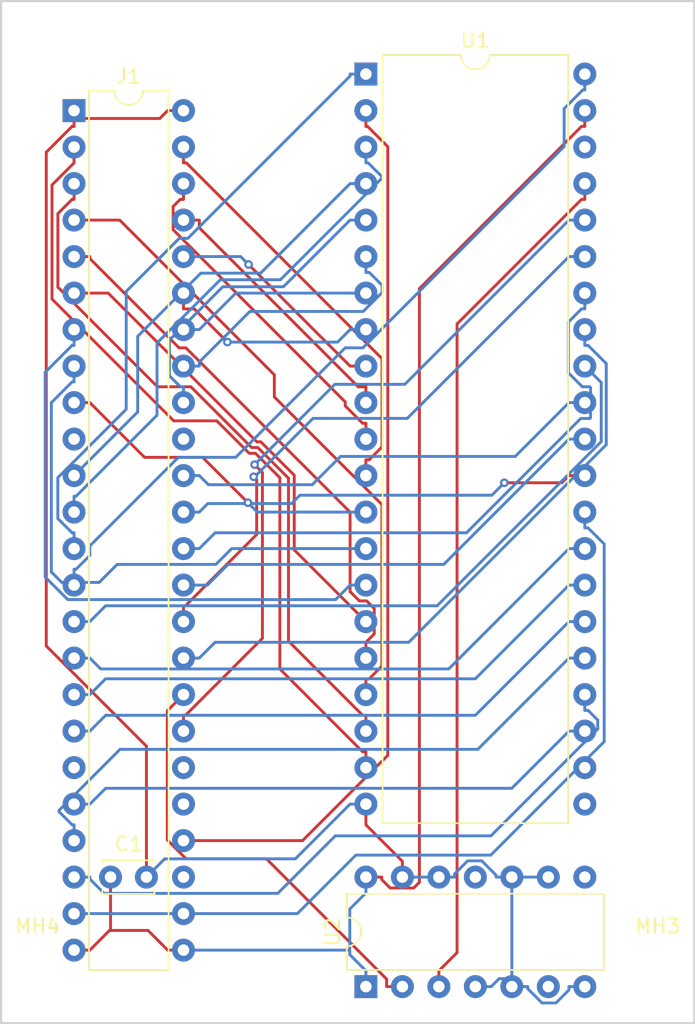
<source format=kicad_pcb>
(kicad_pcb (version 20171130) (host pcbnew 5.1.5+dfsg1-2build2)

  (general
    (thickness 1.6)
    (drawings 4)
    (tracks 376)
    (zones 0)
    (modules 8)
    (nets 54)
  )

  (page A4)
  (layers
    (0 F.Cu signal hide)
    (31 B.Cu signal)
    (32 B.Adhes user)
    (33 F.Adhes user)
    (34 B.Paste user)
    (35 F.Paste user)
    (36 B.SilkS user)
    (37 F.SilkS user)
    (38 B.Mask user)
    (39 F.Mask user)
    (40 Dwgs.User user)
    (41 Cmts.User user)
    (42 Eco1.User user)
    (43 Eco2.User user)
    (44 Edge.Cuts user)
    (45 Margin user)
    (46 B.CrtYd user)
    (47 F.CrtYd user)
    (48 B.Fab user)
    (49 F.Fab user)
  )

  (setup
    (last_trace_width 0.2)
    (user_trace_width 0.2)
    (user_trace_width 0.4)
    (user_trace_width 0.6)
    (user_trace_width 0.8)
    (user_trace_width 1)
    (user_trace_width 1.2)
    (user_trace_width 1.6)
    (user_trace_width 2)
    (trace_clearance 0.2)
    (zone_clearance 0.35)
    (zone_45_only no)
    (trace_min 0.1524)
    (via_size 0.6)
    (via_drill 0.3)
    (via_min_size 0.5)
    (via_min_drill 0.2)
    (user_via 0.9 0.5)
    (user_via 1.2 0.8)
    (user_via 1.4 0.9)
    (user_via 1.5 1)
    (uvia_size 0.3)
    (uvia_drill 0.1)
    (uvias_allowed no)
    (uvia_min_size 0.2)
    (uvia_min_drill 0.1)
    (edge_width 0.15)
    (segment_width 0.2)
    (pcb_text_width 0.3)
    (pcb_text_size 1.5 1.5)
    (mod_edge_width 0.15)
    (mod_text_size 1 1)
    (mod_text_width 0.15)
    (pad_size 3.2 3.2)
    (pad_drill 3.2)
    (pad_to_mask_clearance 0.051)
    (solder_mask_min_width 0.25)
    (aux_axis_origin 101 70)
    (grid_origin 101 70)
    (visible_elements FFFDFF7F)
    (pcbplotparams
      (layerselection 0x010fc_ffffffff)
      (usegerberextensions false)
      (usegerberattributes false)
      (usegerberadvancedattributes false)
      (creategerberjobfile false)
      (excludeedgelayer true)
      (linewidth 0.100000)
      (plotframeref false)
      (viasonmask false)
      (mode 1)
      (useauxorigin false)
      (hpglpennumber 1)
      (hpglpenspeed 20)
      (hpglpendiameter 15.000000)
      (psnegative false)
      (psa4output false)
      (plotreference true)
      (plotvalue true)
      (plotinvisibletext false)
      (padsonsilk false)
      (subtractmaskfromsilk false)
      (outputformat 1)
      (mirror false)
      (drillshape 1)
      (scaleselection 1)
      (outputdirectory ""))
  )

  (net 0 "")
  (net 1 VCC)
  (net 2 GND)
  (net 3 /P53)
  (net 4 /P26)
  (net 5 /P27)
  (net 6 /P47)
  (net 7 /P46)
  (net 8 /P25)
  (net 9 /P24)
  (net 10 /P23)
  (net 11 /P22)
  (net 12 /P21)
  (net 13 /P20)
  (net 14 /P34)
  (net 15 /P35)
  (net 16 /P17)
  (net 17 /P36)
  (net 18 /P16)
  (net 19 /P15)
  (net 20 /P40)
  (net 21 /P14)
  (net 22 /P13)
  (net 23 /P42)
  (net 24 /P12)
  (net 25 /P11)
  (net 26 /P10)
  (net 27 "Net-(U2-Pad6)")
  (net 28 "Net-(U2-Pad11)")
  (net 29 "Net-(U2-Pad8)")
  (net 30 /P32)
  (net 31 /P31)
  (net 32 /P30)
  (net 33 /P51)
  (net 34 /P43)
  (net 35 /P37)
  (net 36 /P50)
  (net 37 /P52)
  (net 38 "Net-(J1-Pad30)")
  (net 39 "Net-(J1-Pad27)")
  (net 40 "Net-(J1-Pad26)")
  (net 41 "Net-(J1-Pad19)")
  (net 42 "Net-(J1-Pad10)")
  (net 43 "Net-(J1-Pad39)")
  (net 44 /P44)
  (net 45 /P45)
  (net 46 /P41)
  (net 47 /P55)
  (net 48 "Net-(J1-Pad29)")
  (net 49 /P33)
  (net 50 "Net-(U1-Pad40)")
  (net 51 "Net-(U1-Pad39)")
  (net 52 "Net-(U1-Pad23)")
  (net 53 "Net-(U1-Pad22)")

  (net_class Default "This is the default net class."
    (clearance 0.2)
    (trace_width 0.2)
    (via_dia 0.6)
    (via_drill 0.3)
    (uvia_dia 0.3)
    (uvia_drill 0.1)
    (diff_pair_width 0.2)
    (diff_pair_gap 0.2)
    (add_net /P10)
    (add_net /P11)
    (add_net /P12)
    (add_net /P13)
    (add_net /P14)
    (add_net /P15)
    (add_net /P16)
    (add_net /P17)
    (add_net /P20)
    (add_net /P21)
    (add_net /P22)
    (add_net /P23)
    (add_net /P24)
    (add_net /P25)
    (add_net /P26)
    (add_net /P27)
    (add_net /P30)
    (add_net /P31)
    (add_net /P32)
    (add_net /P33)
    (add_net /P34)
    (add_net /P35)
    (add_net /P36)
    (add_net /P37)
    (add_net /P40)
    (add_net /P41)
    (add_net /P42)
    (add_net /P43)
    (add_net /P44)
    (add_net /P45)
    (add_net /P46)
    (add_net /P47)
    (add_net /P50)
    (add_net /P51)
    (add_net /P52)
    (add_net /P53)
    (add_net /P55)
    (add_net GND)
    (add_net "Net-(J1-Pad10)")
    (add_net "Net-(J1-Pad19)")
    (add_net "Net-(J1-Pad26)")
    (add_net "Net-(J1-Pad27)")
    (add_net "Net-(J1-Pad29)")
    (add_net "Net-(J1-Pad30)")
    (add_net "Net-(J1-Pad39)")
    (add_net "Net-(U1-Pad22)")
    (add_net "Net-(U1-Pad23)")
    (add_net "Net-(U1-Pad39)")
    (add_net "Net-(U1-Pad40)")
    (add_net "Net-(U2-Pad11)")
    (add_net "Net-(U2-Pad6)")
    (add_net "Net-(U2-Pad8)")
    (add_net VCC)
  )

  (module Package_DIP:DIP-42_W15.24mm (layer F.Cu) (tedit 5A02E8C5) (tstamp 61E7FD61)
    (at 123.86 72.54)
    (descr "42-lead though-hole mounted DIP package, row spacing 15.24 mm (600 mils)")
    (tags "THT DIP DIL PDIP 2.54mm 15.24mm 600mil")
    (path /61E94009)
    (fp_text reference U1 (at 7.62 -2.33) (layer F.SilkS)
      (effects (font (size 1 1) (thickness 0.15)))
    )
    (fp_text value MN1613A (at 7.62 53.13) (layer F.Fab)
      (effects (font (size 1 1) (thickness 0.15)))
    )
    (fp_text user %R (at 7.62 25.4) (layer F.Fab)
      (effects (font (size 1 1) (thickness 0.15)))
    )
    (fp_line (start 16.3 -1.55) (end -1.05 -1.55) (layer F.CrtYd) (width 0.05))
    (fp_line (start 16.3 52.35) (end 16.3 -1.55) (layer F.CrtYd) (width 0.05))
    (fp_line (start -1.05 52.35) (end 16.3 52.35) (layer F.CrtYd) (width 0.05))
    (fp_line (start -1.05 -1.55) (end -1.05 52.35) (layer F.CrtYd) (width 0.05))
    (fp_line (start 14.08 -1.33) (end 8.62 -1.33) (layer F.SilkS) (width 0.12))
    (fp_line (start 14.08 52.13) (end 14.08 -1.33) (layer F.SilkS) (width 0.12))
    (fp_line (start 1.16 52.13) (end 14.08 52.13) (layer F.SilkS) (width 0.12))
    (fp_line (start 1.16 -1.33) (end 1.16 52.13) (layer F.SilkS) (width 0.12))
    (fp_line (start 6.62 -1.33) (end 1.16 -1.33) (layer F.SilkS) (width 0.12))
    (fp_line (start 0.255 -0.27) (end 1.255 -1.27) (layer F.Fab) (width 0.1))
    (fp_line (start 0.255 52.07) (end 0.255 -0.27) (layer F.Fab) (width 0.1))
    (fp_line (start 14.985 52.07) (end 0.255 52.07) (layer F.Fab) (width 0.1))
    (fp_line (start 14.985 -1.27) (end 14.985 52.07) (layer F.Fab) (width 0.1))
    (fp_line (start 1.255 -1.27) (end 14.985 -1.27) (layer F.Fab) (width 0.1))
    (fp_arc (start 7.62 -1.33) (end 6.62 -1.33) (angle -180) (layer F.SilkS) (width 0.12))
    (pad 42 thru_hole oval (at 15.24 0) (size 1.6 1.6) (drill 0.8) (layers *.Cu *.Mask)
      (net 49 /P33))
    (pad 21 thru_hole oval (at 0 50.8) (size 1.6 1.6) (drill 0.8) (layers *.Cu *.Mask)
      (net 2 GND))
    (pad 41 thru_hole oval (at 15.24 2.54) (size 1.6 1.6) (drill 0.8) (layers *.Cu *.Mask)
      (net 1 VCC))
    (pad 20 thru_hole oval (at 0 48.26) (size 1.6 1.6) (drill 0.8) (layers *.Cu *.Mask)
      (net 26 /P10))
    (pad 40 thru_hole oval (at 15.24 5.08) (size 1.6 1.6) (drill 0.8) (layers *.Cu *.Mask)
      (net 50 "Net-(U1-Pad40)"))
    (pad 19 thru_hole oval (at 0 45.72) (size 1.6 1.6) (drill 0.8) (layers *.Cu *.Mask)
      (net 25 /P11))
    (pad 39 thru_hole oval (at 15.24 7.62) (size 1.6 1.6) (drill 0.8) (layers *.Cu *.Mask)
      (net 51 "Net-(U1-Pad39)"))
    (pad 18 thru_hole oval (at 0 43.18) (size 1.6 1.6) (drill 0.8) (layers *.Cu *.Mask)
      (net 24 /P12))
    (pad 38 thru_hole oval (at 15.24 10.16) (size 1.6 1.6) (drill 0.8) (layers *.Cu *.Mask)
      (net 6 /P47))
    (pad 17 thru_hole oval (at 0 40.64) (size 1.6 1.6) (drill 0.8) (layers *.Cu *.Mask)
      (net 22 /P13))
    (pad 37 thru_hole oval (at 15.24 12.7) (size 1.6 1.6) (drill 0.8) (layers *.Cu *.Mask)
      (net 44 /P44))
    (pad 16 thru_hole oval (at 0 38.1) (size 1.6 1.6) (drill 0.8) (layers *.Cu *.Mask)
      (net 21 /P14))
    (pad 36 thru_hole oval (at 15.24 15.24) (size 1.6 1.6) (drill 0.8) (layers *.Cu *.Mask)
      (net 23 /P42))
    (pad 15 thru_hole oval (at 0 35.56) (size 1.6 1.6) (drill 0.8) (layers *.Cu *.Mask)
      (net 19 /P15))
    (pad 35 thru_hole oval (at 15.24 17.78) (size 1.6 1.6) (drill 0.8) (layers *.Cu *.Mask)
      (net 45 /P45))
    (pad 14 thru_hole oval (at 0 33.02) (size 1.6 1.6) (drill 0.8) (layers *.Cu *.Mask)
      (net 18 /P16))
    (pad 34 thru_hole oval (at 15.24 20.32) (size 1.6 1.6) (drill 0.8) (layers *.Cu *.Mask)
      (net 14 /P34))
    (pad 13 thru_hole oval (at 0 30.48) (size 1.6 1.6) (drill 0.8) (layers *.Cu *.Mask)
      (net 16 /P17))
    (pad 33 thru_hole oval (at 15.24 22.86) (size 1.6 1.6) (drill 0.8) (layers *.Cu *.Mask)
      (net 20 /P40))
    (pad 12 thru_hole oval (at 0 27.94) (size 1.6 1.6) (drill 0.8) (layers *.Cu *.Mask)
      (net 13 /P20))
    (pad 32 thru_hole oval (at 15.24 25.4) (size 1.6 1.6) (drill 0.8) (layers *.Cu *.Mask)
      (net 34 /P43))
    (pad 11 thru_hole oval (at 0 25.4) (size 1.6 1.6) (drill 0.8) (layers *.Cu *.Mask)
      (net 12 /P21))
    (pad 31 thru_hole oval (at 15.24 27.94) (size 1.6 1.6) (drill 0.8) (layers *.Cu *.Mask)
      (net 46 /P41))
    (pad 10 thru_hole oval (at 0 22.86) (size 1.6 1.6) (drill 0.8) (layers *.Cu *.Mask)
      (net 11 /P22))
    (pad 30 thru_hole oval (at 15.24 30.48) (size 1.6 1.6) (drill 0.8) (layers *.Cu *.Mask)
      (net 3 /P53))
    (pad 9 thru_hole oval (at 0 20.32) (size 1.6 1.6) (drill 0.8) (layers *.Cu *.Mask)
      (net 10 /P23))
    (pad 29 thru_hole oval (at 15.24 33.02) (size 1.6 1.6) (drill 0.8) (layers *.Cu *.Mask)
      (net 15 /P35))
    (pad 8 thru_hole oval (at 0 17.78) (size 1.6 1.6) (drill 0.8) (layers *.Cu *.Mask)
      (net 9 /P24))
    (pad 28 thru_hole oval (at 15.24 35.56) (size 1.6 1.6) (drill 0.8) (layers *.Cu *.Mask)
      (net 17 /P36))
    (pad 7 thru_hole oval (at 0 15.24) (size 1.6 1.6) (drill 0.8) (layers *.Cu *.Mask)
      (net 8 /P25))
    (pad 27 thru_hole oval (at 15.24 38.1) (size 1.6 1.6) (drill 0.8) (layers *.Cu *.Mask)
      (net 35 /P37))
    (pad 6 thru_hole oval (at 0 12.7) (size 1.6 1.6) (drill 0.8) (layers *.Cu *.Mask)
      (net 4 /P26))
    (pad 26 thru_hole oval (at 15.24 40.64) (size 1.6 1.6) (drill 0.8) (layers *.Cu *.Mask)
      (net 33 /P51))
    (pad 5 thru_hole oval (at 0 10.16) (size 1.6 1.6) (drill 0.8) (layers *.Cu *.Mask)
      (net 5 /P27))
    (pad 25 thru_hole oval (at 15.24 43.18) (size 1.6 1.6) (drill 0.8) (layers *.Cu *.Mask)
      (net 37 /P52))
    (pad 4 thru_hole oval (at 0 7.62) (size 1.6 1.6) (drill 0.8) (layers *.Cu *.Mask)
      (net 32 /P30))
    (pad 24 thru_hole oval (at 15.24 45.72) (size 1.6 1.6) (drill 0.8) (layers *.Cu *.Mask)
      (net 36 /P50))
    (pad 3 thru_hole oval (at 0 5.08) (size 1.6 1.6) (drill 0.8) (layers *.Cu *.Mask)
      (net 31 /P31))
    (pad 23 thru_hole oval (at 15.24 48.26) (size 1.6 1.6) (drill 0.8) (layers *.Cu *.Mask)
      (net 52 "Net-(U1-Pad23)"))
    (pad 2 thru_hole oval (at 0 2.54) (size 1.6 1.6) (drill 0.8) (layers *.Cu *.Mask)
      (net 47 /P55))
    (pad 22 thru_hole oval (at 15.24 50.8) (size 1.6 1.6) (drill 0.8) (layers *.Cu *.Mask)
      (net 53 "Net-(U1-Pad22)"))
    (pad 1 thru_hole rect (at 0 0) (size 1.6 1.6) (drill 0.8) (layers *.Cu *.Mask)
      (net 30 /P32))
    (model ${KISYS3DMOD}/Package_DIP.3dshapes/DIP-42_W15.24mm.wrl
      (at (xyz 0 0 0))
      (scale (xyz 1 1 1))
      (rotate (xyz 0 0 0))
    )
  )

  (module 0-LocalLibrary:DIP-48_W7.62mm (layer F.Cu) (tedit 6198C9C5) (tstamp 61E6ACD4)
    (at 103.54 75.08)
    (descr "48-lead dip package, row spacing 7.62 mm (300 mils)")
    (tags "DIL DIP PDIP 2.54mm 7.62mm 300mill")
    (path /621B43C2)
    (fp_text reference J1 (at 3.81 -2.39) (layer F.SilkS)
      (effects (font (size 1 1) (thickness 0.15)))
    )
    (fp_text value BionicConnector (at 5.08 60.96) (layer F.Fab)
      (effects (font (size 1 1) (thickness 0.15)))
    )
    (fp_line (start 8.68 60.02) (end 8.68 18.72) (layer F.CrtYd) (width 0.05))
    (fp_line (start 7.365 59.69) (end 0.255 59.69) (layer F.Fab) (width 0.1))
    (fp_line (start 0.255 59.69) (end 0.255 20.05) (layer F.Fab) (width 0.1))
    (fp_line (start -1.1 60.02) (end 8.68 60.02) (layer F.CrtYd) (width 0.05))
    (fp_line (start -1.1 18.72) (end -1.1 60.02) (layer F.CrtYd) (width 0.05))
    (fp_line (start 6.58 59.81) (end 6.58 18.93) (layer F.SilkS) (width 0.12))
    (fp_line (start 1.04 59.81) (end 6.58 59.81) (layer F.SilkS) (width 0.12))
    (fp_line (start 1.04 18.93) (end 1.04 59.81) (layer F.SilkS) (width 0.12))
    (fp_line (start 7.365 19.05) (end 7.365 59.69) (layer F.Fab) (width 0.1))
    (fp_arc (start 3.81 -1.39) (end 2.81 -1.39) (angle -180) (layer F.SilkS) (width 0.12))
    (fp_line (start 8.68 -1.6) (end -1.1 -1.6) (layer F.CrtYd) (width 0.05))
    (fp_line (start 8.68 39.7) (end 8.68 -1.6) (layer F.CrtYd) (width 0.05))
    (fp_line (start -1.1 -1.6) (end -1.1 39.7) (layer F.CrtYd) (width 0.05))
    (fp_line (start 6.58 -1.39) (end 4.81 -1.39) (layer F.SilkS) (width 0.12))
    (fp_line (start 6.58 39.49) (end 6.58 -1.39) (layer F.SilkS) (width 0.12))
    (fp_line (start 1.04 -1.39) (end 1.04 39.49) (layer F.SilkS) (width 0.12))
    (fp_line (start 2.81 -1.39) (end 1.04 -1.39) (layer F.SilkS) (width 0.12))
    (fp_line (start 0.255 -0.27) (end 1.255 -1.27) (layer F.Fab) (width 0.1))
    (fp_line (start 0.255 39.37) (end 0.255 -0.27) (layer F.Fab) (width 0.1))
    (fp_line (start 7.365 -1.27) (end 7.365 39.37) (layer F.Fab) (width 0.1))
    (fp_line (start 1.255 -1.27) (end 7.365 -1.27) (layer F.Fab) (width 0.1))
    (fp_text user %R (at 3.81 19.05) (layer F.Fab)
      (effects (font (size 1 1) (thickness 0.15)))
    )
    (pad 20 thru_hole oval (at 0 48.26) (size 1.6 1.6) (drill 0.8) (layers *.Cu *.Mask)
      (net 36 /P50))
    (pad 24 thru_hole oval (at 0 58.42) (size 1.6 1.6) (drill 0.8) (layers *.Cu *.Mask)
      (net 1 VCC))
    (pad 25 thru_hole oval (at 7.62 58.42) (size 1.6 1.6) (drill 0.8) (layers *.Cu *.Mask)
      (net 1 VCC))
    (pad 23 thru_hole oval (at 0 55.88) (size 1.6 1.6) (drill 0.8) (layers *.Cu *.Mask)
      (net 3 /P53))
    (pad 30 thru_hole oval (at 7.62 45.72) (size 1.6 1.6) (drill 0.8) (layers *.Cu *.Mask)
      (net 38 "Net-(J1-Pad30)"))
    (pad 21 thru_hole oval (at 0 50.8) (size 1.6 1.6) (drill 0.8) (layers *.Cu *.Mask)
      (net 33 /P51))
    (pad 17 thru_hole oval (at 0 40.64) (size 1.6 1.6) (drill 0.8) (layers *.Cu *.Mask)
      (net 17 /P36))
    (pad 22 thru_hole oval (at 0 53.34) (size 1.6 1.6) (drill 0.8) (layers *.Cu *.Mask)
      (net 37 /P52))
    (pad 27 thru_hole oval (at 7.62 53.34) (size 1.6 1.6) (drill 0.8) (layers *.Cu *.Mask)
      (net 39 "Net-(J1-Pad27)"))
    (pad 18 thru_hole oval (at 0 43.18) (size 1.6 1.6) (drill 0.8) (layers *.Cu *.Mask)
      (net 35 /P37))
    (pad 31 thru_hole oval (at 7.62 43.18) (size 1.6 1.6) (drill 0.8) (layers *.Cu *.Mask)
      (net 6 /P47))
    (pad 28 thru_hole oval (at 7.62 50.8) (size 1.6 1.6) (drill 0.8) (layers *.Cu *.Mask)
      (net 47 /P55))
    (pad 29 thru_hole oval (at 7.62 48.26) (size 1.6 1.6) (drill 0.8) (layers *.Cu *.Mask)
      (net 48 "Net-(J1-Pad29)"))
    (pad 32 thru_hole oval (at 7.62 40.64) (size 1.6 1.6) (drill 0.8) (layers *.Cu *.Mask)
      (net 7 /P46))
    (pad 26 thru_hole oval (at 7.62 55.88) (size 1.6 1.6) (drill 0.8) (layers *.Cu *.Mask)
      (net 40 "Net-(J1-Pad26)"))
    (pad 19 thru_hole oval (at 0 45.72) (size 1.6 1.6) (drill 0.8) (layers *.Cu *.Mask)
      (net 41 "Net-(J1-Pad19)"))
    (pad 48 thru_hole oval (at 7.62 0) (size 1.6 1.6) (drill 0.8) (layers *.Cu *.Mask)
      (net 2 GND))
    (pad 16 thru_hole oval (at 0 38.1) (size 1.6 1.6) (drill 0.8) (layers *.Cu *.Mask)
      (net 15 /P35))
    (pad 47 thru_hole oval (at 7.62 2.54) (size 1.6 1.6) (drill 0.8) (layers *.Cu *.Mask)
      (net 13 /P20))
    (pad 15 thru_hole oval (at 0 35.56) (size 1.6 1.6) (drill 0.8) (layers *.Cu *.Mask)
      (net 14 /P34))
    (pad 46 thru_hole oval (at 7.62 5.08) (size 1.6 1.6) (drill 0.8) (layers *.Cu *.Mask)
      (net 12 /P21))
    (pad 14 thru_hole oval (at 0 33.02) (size 1.6 1.6) (drill 0.8) (layers *.Cu *.Mask)
      (net 49 /P33))
    (pad 45 thru_hole oval (at 7.62 7.62) (size 1.6 1.6) (drill 0.8) (layers *.Cu *.Mask)
      (net 11 /P22))
    (pad 13 thru_hole oval (at 0 30.48) (size 1.6 1.6) (drill 0.8) (layers *.Cu *.Mask)
      (net 30 /P32))
    (pad 44 thru_hole oval (at 7.62 10.16) (size 1.6 1.6) (drill 0.8) (layers *.Cu *.Mask)
      (net 10 /P23))
    (pad 12 thru_hole oval (at 0 27.94) (size 1.6 1.6) (drill 0.8) (layers *.Cu *.Mask)
      (net 31 /P31))
    (pad 43 thru_hole oval (at 7.62 12.7) (size 1.6 1.6) (drill 0.8) (layers *.Cu *.Mask)
      (net 9 /P24))
    (pad 11 thru_hole oval (at 0 25.4) (size 1.6 1.6) (drill 0.8) (layers *.Cu *.Mask)
      (net 32 /P30))
    (pad 42 thru_hole oval (at 7.62 15.24) (size 1.6 1.6) (drill 0.8) (layers *.Cu *.Mask)
      (net 8 /P25))
    (pad 10 thru_hole oval (at 0 22.86) (size 1.6 1.6) (drill 0.8) (layers *.Cu *.Mask)
      (net 42 "Net-(J1-Pad10)"))
    (pad 41 thru_hole oval (at 7.62 17.78) (size 1.6 1.6) (drill 0.8) (layers *.Cu *.Mask)
      (net 4 /P26))
    (pad 9 thru_hole oval (at 0 20.32) (size 1.6 1.6) (drill 0.8) (layers *.Cu *.Mask)
      (net 16 /P17))
    (pad 40 thru_hole oval (at 7.62 20.32) (size 1.6 1.6) (drill 0.8) (layers *.Cu *.Mask)
      (net 5 /P27))
    (pad 8 thru_hole oval (at 0 17.78) (size 1.6 1.6) (drill 0.8) (layers *.Cu *.Mask)
      (net 18 /P16))
    (pad 39 thru_hole oval (at 7.62 22.86) (size 1.6 1.6) (drill 0.8) (layers *.Cu *.Mask)
      (net 43 "Net-(J1-Pad39)"))
    (pad 7 thru_hole oval (at 0 15.24) (size 1.6 1.6) (drill 0.8) (layers *.Cu *.Mask)
      (net 19 /P15))
    (pad 38 thru_hole oval (at 7.62 25.4) (size 1.6 1.6) (drill 0.8) (layers *.Cu *.Mask)
      (net 20 /P40))
    (pad 6 thru_hole oval (at 0 12.7) (size 1.6 1.6) (drill 0.8) (layers *.Cu *.Mask)
      (net 21 /P14))
    (pad 37 thru_hole oval (at 7.62 27.94) (size 1.6 1.6) (drill 0.8) (layers *.Cu *.Mask)
      (net 46 /P41))
    (pad 5 thru_hole oval (at 0 10.16) (size 1.6 1.6) (drill 0.8) (layers *.Cu *.Mask)
      (net 22 /P13))
    (pad 36 thru_hole oval (at 7.62 30.48) (size 1.6 1.6) (drill 0.8) (layers *.Cu *.Mask)
      (net 23 /P42))
    (pad 4 thru_hole oval (at 0 7.62) (size 1.6 1.6) (drill 0.8) (layers *.Cu *.Mask)
      (net 24 /P12))
    (pad 35 thru_hole oval (at 7.62 33.02) (size 1.6 1.6) (drill 0.8) (layers *.Cu *.Mask)
      (net 34 /P43))
    (pad 3 thru_hole oval (at 0 5.08) (size 1.6 1.6) (drill 0.8) (layers *.Cu *.Mask)
      (net 25 /P11))
    (pad 34 thru_hole oval (at 7.62 35.56) (size 1.6 1.6) (drill 0.8) (layers *.Cu *.Mask)
      (net 44 /P44))
    (pad 2 thru_hole oval (at 0 2.54) (size 1.6 1.6) (drill 0.8) (layers *.Cu *.Mask)
      (net 26 /P10))
    (pad 33 thru_hole oval (at 7.62 38.1) (size 1.6 1.6) (drill 0.8) (layers *.Cu *.Mask)
      (net 45 /P45))
    (pad 1 thru_hole rect (at 0 0) (size 1.6 1.6) (drill 0.8) (layers *.Cu *.Mask)
      (net 2 GND))
    (model ${KISYS3DMOD}/Package_DIP.3dshapes/DIP-32_W7.62mm.wrl
      (at (xyz 0 0 0))
      (scale (xyz 1 1 1))
      (rotate (xyz 0 0 0))
    )
  )

  (module Capacitor_THT:C_Disc_D3.4mm_W2.1mm_P2.50mm (layer F.Cu) (tedit 5AE50EF0) (tstamp 61E6AC8A)
    (at 106.08 128.42)
    (descr "C, Disc series, Radial, pin pitch=2.50mm, , diameter*width=3.4*2.1mm^2, Capacitor, http://www.vishay.com/docs/45233/krseries.pdf")
    (tags "C Disc series Radial pin pitch 2.50mm  diameter 3.4mm width 2.1mm Capacitor")
    (path /5D0E12B4)
    (fp_text reference C1 (at 1.25 -2.3) (layer F.SilkS)
      (effects (font (size 1 1) (thickness 0.15)))
    )
    (fp_text value 0.1u (at 1.25 2.3) (layer F.Fab)
      (effects (font (size 1 1) (thickness 0.15)))
    )
    (fp_text user %R (at 1.25 0) (layer F.Fab)
      (effects (font (size 0.68 0.68) (thickness 0.102)))
    )
    (fp_line (start 3.55 -1.3) (end -1.05 -1.3) (layer F.CrtYd) (width 0.05))
    (fp_line (start 3.55 1.3) (end 3.55 -1.3) (layer F.CrtYd) (width 0.05))
    (fp_line (start -1.05 1.3) (end 3.55 1.3) (layer F.CrtYd) (width 0.05))
    (fp_line (start -1.05 -1.3) (end -1.05 1.3) (layer F.CrtYd) (width 0.05))
    (fp_line (start 3.07 0.925) (end 3.07 1.17) (layer F.SilkS) (width 0.12))
    (fp_line (start 3.07 -1.17) (end 3.07 -0.925) (layer F.SilkS) (width 0.12))
    (fp_line (start -0.57 0.925) (end -0.57 1.17) (layer F.SilkS) (width 0.12))
    (fp_line (start -0.57 -1.17) (end -0.57 -0.925) (layer F.SilkS) (width 0.12))
    (fp_line (start -0.57 1.17) (end 3.07 1.17) (layer F.SilkS) (width 0.12))
    (fp_line (start -0.57 -1.17) (end 3.07 -1.17) (layer F.SilkS) (width 0.12))
    (fp_line (start 2.95 -1.05) (end -0.45 -1.05) (layer F.Fab) (width 0.1))
    (fp_line (start 2.95 1.05) (end 2.95 -1.05) (layer F.Fab) (width 0.1))
    (fp_line (start -0.45 1.05) (end 2.95 1.05) (layer F.Fab) (width 0.1))
    (fp_line (start -0.45 -1.05) (end -0.45 1.05) (layer F.Fab) (width 0.1))
    (pad 2 thru_hole circle (at 2.5 0) (size 1.6 1.6) (drill 0.8) (layers *.Cu *.Mask)
      (net 2 GND))
    (pad 1 thru_hole circle (at 0 0) (size 1.6 1.6) (drill 0.8) (layers *.Cu *.Mask)
      (net 1 VCC))
    (model ${KISYS3DMOD}/Capacitor_THT.3dshapes/C_Disc_D3.4mm_W2.1mm_P2.50mm.wrl
      (at (xyz 0 0 0))
      (scale (xyz 1 1 1))
      (rotate (xyz 0 0 0))
    )
  )

  (module Package_DIP:DIP-14_W7.62mm (layer F.Cu) (tedit 5A02E8C5) (tstamp 618C299E)
    (at 123.86 136.04 90)
    (descr "14-lead though-hole mounted DIP package, row spacing 7.62 mm (300 mils)")
    (tags "THT DIP DIL PDIP 2.54mm 7.62mm 300mil")
    (path /618CE644)
    (fp_text reference U2 (at 3.81 -2.33 90) (layer F.SilkS)
      (effects (font (size 1 1) (thickness 0.15)))
    )
    (fp_text value 74HCT126 (at 3.81 17.57 90) (layer F.Fab)
      (effects (font (size 1 1) (thickness 0.15)))
    )
    (fp_text user %R (at 3.81 7.62 90) (layer F.Fab)
      (effects (font (size 1 1) (thickness 0.15)))
    )
    (fp_line (start 8.7 -1.55) (end -1.1 -1.55) (layer F.CrtYd) (width 0.05))
    (fp_line (start 8.7 16.8) (end 8.7 -1.55) (layer F.CrtYd) (width 0.05))
    (fp_line (start -1.1 16.8) (end 8.7 16.8) (layer F.CrtYd) (width 0.05))
    (fp_line (start -1.1 -1.55) (end -1.1 16.8) (layer F.CrtYd) (width 0.05))
    (fp_line (start 6.46 -1.33) (end 4.81 -1.33) (layer F.SilkS) (width 0.12))
    (fp_line (start 6.46 16.57) (end 6.46 -1.33) (layer F.SilkS) (width 0.12))
    (fp_line (start 1.16 16.57) (end 6.46 16.57) (layer F.SilkS) (width 0.12))
    (fp_line (start 1.16 -1.33) (end 1.16 16.57) (layer F.SilkS) (width 0.12))
    (fp_line (start 2.81 -1.33) (end 1.16 -1.33) (layer F.SilkS) (width 0.12))
    (fp_line (start 0.635 -0.27) (end 1.635 -1.27) (layer F.Fab) (width 0.1))
    (fp_line (start 0.635 16.51) (end 0.635 -0.27) (layer F.Fab) (width 0.1))
    (fp_line (start 6.985 16.51) (end 0.635 16.51) (layer F.Fab) (width 0.1))
    (fp_line (start 6.985 -1.27) (end 6.985 16.51) (layer F.Fab) (width 0.1))
    (fp_line (start 1.635 -1.27) (end 6.985 -1.27) (layer F.Fab) (width 0.1))
    (fp_arc (start 3.81 -1.33) (end 2.81 -1.33) (angle -180) (layer F.SilkS) (width 0.12))
    (pad 14 thru_hole oval (at 7.62 0 90) (size 1.6 1.6) (drill 0.8) (layers *.Cu *.Mask)
      (net 1 VCC))
    (pad 7 thru_hole oval (at 0 15.24 90) (size 1.6 1.6) (drill 0.8) (layers *.Cu *.Mask)
      (net 2 GND))
    (pad 13 thru_hole oval (at 7.62 2.54 90) (size 1.6 1.6) (drill 0.8) (layers *.Cu *.Mask)
      (net 2 GND))
    (pad 6 thru_hole oval (at 0 12.7 90) (size 1.6 1.6) (drill 0.8) (layers *.Cu *.Mask)
      (net 27 "Net-(U2-Pad6)"))
    (pad 12 thru_hole oval (at 7.62 5.08 90) (size 1.6 1.6) (drill 0.8) (layers *.Cu *.Mask)
      (net 2 GND))
    (pad 5 thru_hole oval (at 0 10.16 90) (size 1.6 1.6) (drill 0.8) (layers *.Cu *.Mask)
      (net 2 GND))
    (pad 11 thru_hole oval (at 7.62 7.62 90) (size 1.6 1.6) (drill 0.8) (layers *.Cu *.Mask)
      (net 28 "Net-(U2-Pad11)"))
    (pad 4 thru_hole oval (at 0 7.62 90) (size 1.6 1.6) (drill 0.8) (layers *.Cu *.Mask)
      (net 2 GND))
    (pad 10 thru_hole oval (at 7.62 10.16 90) (size 1.6 1.6) (drill 0.8) (layers *.Cu *.Mask)
      (net 2 GND))
    (pad 3 thru_hole oval (at 0 5.08 90) (size 1.6 1.6) (drill 0.8) (layers *.Cu *.Mask)
      (net 51 "Net-(U1-Pad39)"))
    (pad 9 thru_hole oval (at 7.62 12.7 90) (size 1.6 1.6) (drill 0.8) (layers *.Cu *.Mask)
      (net 2 GND))
    (pad 2 thru_hole oval (at 0 2.54 90) (size 1.6 1.6) (drill 0.8) (layers *.Cu *.Mask)
      (net 7 /P46))
    (pad 8 thru_hole oval (at 7.62 15.24 90) (size 1.6 1.6) (drill 0.8) (layers *.Cu *.Mask)
      (net 29 "Net-(U2-Pad8)"))
    (pad 1 thru_hole rect (at 0 0 90) (size 1.6 1.6) (drill 0.8) (layers *.Cu *.Mask)
      (net 1 VCC))
    (model ${KISYS3DMOD}/Package_DIP.3dshapes/DIP-14_W7.62mm.wrl
      (at (xyz 0 0 0))
      (scale (xyz 1 1 1))
      (rotate (xyz 0 0 0))
    )
  )

  (module MountingHole:MountingHole_3.2mm_M3 (layer F.Cu) (tedit 56D1B4CB) (tstamp 618AA90D)
    (at 101 136.04)
    (descr "Mounting Hole 3.2mm, no annular, M3")
    (tags "mounting hole 3.2mm no annular m3")
    (attr virtual)
    (fp_text reference MH4 (at 0 -4.2) (layer F.SilkS)
      (effects (font (size 1 1) (thickness 0.15)))
    )
    (fp_text value MountingHole_3.2mm_M3 (at 0 4.2) (layer F.Fab)
      (effects (font (size 1 1) (thickness 0.15)))
    )
    (fp_circle (center 0 0) (end 3.45 0) (layer F.CrtYd) (width 0.05))
    (fp_circle (center 0 0) (end 3.2 0) (layer Cmts.User) (width 0.15))
    (fp_text user %R (at 0.3 0) (layer F.Fab)
      (effects (font (size 1 1) (thickness 0.15)))
    )
    (pad 1 np_thru_hole circle (at 0 0) (size 3.2 3.2) (drill 3.2) (layers *.Cu *.Mask))
  )

  (module MountingHole:MountingHole_3.2mm_M3 (layer F.Cu) (tedit 56D1B4CB) (tstamp 618AA8EF)
    (at 144.18 136.04)
    (descr "Mounting Hole 3.2mm, no annular, M3")
    (tags "mounting hole 3.2mm no annular m3")
    (attr virtual)
    (fp_text reference MH3 (at 0 -4.2) (layer F.SilkS)
      (effects (font (size 1 1) (thickness 0.15)))
    )
    (fp_text value MountingHole_3.2mm_M3 (at 0 4.2) (layer F.Fab)
      (effects (font (size 1 1) (thickness 0.15)))
    )
    (fp_circle (center 0 0) (end 3.45 0) (layer F.CrtYd) (width 0.05))
    (fp_circle (center 0 0) (end 3.2 0) (layer Cmts.User) (width 0.15))
    (fp_text user %R (at 0.3 0) (layer F.Fab)
      (effects (font (size 1 1) (thickness 0.15)))
    )
    (pad 1 np_thru_hole circle (at 0 0) (size 3.2 3.2) (drill 3.2) (layers *.Cu *.Mask))
  )

  (module MountingHole:MountingHole_3.2mm_M3 (layer F.Cu) (tedit 56D1B4CB) (tstamp 618AA8C0)
    (at 144.18 70)
    (descr "Mounting Hole 3.2mm, no annular, M3")
    (tags "mounting hole 3.2mm no annular m3")
    (attr virtual)
    (fp_text reference MH2 (at 0 -4.2) (layer F.SilkS)
      (effects (font (size 1 1) (thickness 0.15)))
    )
    (fp_text value MountingHole_3.2mm_M3 (at 0 4.2) (layer F.Fab)
      (effects (font (size 1 1) (thickness 0.15)))
    )
    (fp_circle (center 0 0) (end 3.45 0) (layer F.CrtYd) (width 0.05))
    (fp_circle (center 0 0) (end 3.2 0) (layer Cmts.User) (width 0.15))
    (fp_text user %R (at 0.3 0) (layer F.Fab)
      (effects (font (size 1 1) (thickness 0.15)))
    )
    (pad 1 np_thru_hole circle (at 0 0) (size 3.2 3.2) (drill 3.2) (layers *.Cu *.Mask))
  )

  (module MountingHole:MountingHole_3.2mm_M3 (layer F.Cu) (tedit 618A6455) (tstamp 618AA897)
    (at 101 70)
    (descr "Mounting Hole 3.2mm, no annular, M3")
    (tags "mounting hole 3.2mm no annular m3")
    (attr virtual)
    (fp_text reference MH1 (at 0 -4.2) (layer F.SilkS)
      (effects (font (size 1 1) (thickness 0.15)))
    )
    (fp_text value MountingHole_3.2mm_M3 (at 0 4.2) (layer F.Fab)
      (effects (font (size 1 1) (thickness 0.15)))
    )
    (fp_circle (center 0 0) (end 3.45 0) (layer F.CrtYd) (width 0.05))
    (fp_circle (center 0 0) (end 3.2 0) (layer Cmts.User) (width 0.15))
    (fp_text user %R (at 0.3 0) (layer F.Fab)
      (effects (font (size 1 1) (thickness 0.15)))
    )
    (pad "" np_thru_hole circle (at 0 0) (size 3.2 3.2) (drill 3.2) (layers *.Cu *.Mask))
  )

  (gr_line (start 98.46 138.58) (end 98.46 67.46) (layer Edge.Cuts) (width 0.15) (tstamp 618AA84D))
  (gr_line (start 146.72 138.58) (end 98.46 138.58) (layer Edge.Cuts) (width 0.15))
  (gr_line (start 146.72 67.46) (end 146.72 138.58) (layer Edge.Cuts) (width 0.15))
  (gr_line (start 98.46 67.46) (end 146.72 67.46) (layer Edge.Cuts) (width 0.15))

  (segment (start 106.08 132.1299) (end 106.0104 132.1299) (width 0.2) (layer F.Cu) (net 1))
  (segment (start 106.0104 132.1299) (end 104.6403 133.5) (width 0.2) (layer F.Cu) (net 1))
  (segment (start 110.0597 133.5) (end 108.6896 132.1299) (width 0.2) (layer F.Cu) (net 1))
  (segment (start 108.6896 132.1299) (end 106.08 132.1299) (width 0.2) (layer F.Cu) (net 1))
  (segment (start 106.08 132.1299) (end 106.08 128.42) (width 0.2) (layer F.Cu) (net 1))
  (segment (start 103.54 133.5) (end 104.6403 133.5) (width 0.2) (layer F.Cu) (net 1))
  (segment (start 111.16 133.5) (end 110.0597 133.5) (width 0.2) (layer F.Cu) (net 1))
  (segment (start 139.1 75.08) (end 139.1 76.1803) (width 0.2) (layer F.Cu) (net 1))
  (segment (start 123.86 128.42) (end 124.9603 128.42) (width 0.2) (layer F.Cu) (net 1))
  (segment (start 124.9603 128.42) (end 124.9603 128.5906) (width 0.2) (layer F.Cu) (net 1))
  (segment (start 124.9603 128.5906) (end 125.5476 129.1779) (width 0.2) (layer F.Cu) (net 1))
  (segment (start 125.5476 129.1779) (end 127.1838 129.1779) (width 0.2) (layer F.Cu) (net 1))
  (segment (start 127.1838 129.1779) (end 127.5836 128.7781) (width 0.2) (layer F.Cu) (net 1))
  (segment (start 127.5836 128.7781) (end 127.5836 87.4687) (width 0.2) (layer F.Cu) (net 1))
  (segment (start 127.5836 87.4687) (end 138.872 76.1803) (width 0.2) (layer F.Cu) (net 1))
  (segment (start 138.872 76.1803) (end 139.1 76.1803) (width 0.2) (layer F.Cu) (net 1))
  (segment (start 123.86 136.04) (end 123.86 134.9397) (width 0.2) (layer B.Cu) (net 1))
  (segment (start 123.86 128.42) (end 123.86 129.5203) (width 0.2) (layer B.Cu) (net 1))
  (segment (start 122.7379 133.5) (end 122.7379 130.6424) (width 0.2) (layer B.Cu) (net 1))
  (segment (start 122.7379 130.6424) (end 123.86 129.5203) (width 0.2) (layer B.Cu) (net 1))
  (segment (start 123.86 134.9397) (end 122.7379 133.8176) (width 0.2) (layer B.Cu) (net 1))
  (segment (start 122.7379 133.8176) (end 122.7379 133.5) (width 0.2) (layer B.Cu) (net 1))
  (segment (start 122.7379 133.5) (end 112.2603 133.5) (width 0.2) (layer B.Cu) (net 1))
  (segment (start 111.16 133.5) (end 112.2603 133.5) (width 0.2) (layer B.Cu) (net 1))
  (segment (start 111.16 75.08) (end 110.0597 75.08) (width 0.2) (layer F.Cu) (net 2))
  (segment (start 103.54 75.6301) (end 109.5096 75.6301) (width 0.2) (layer F.Cu) (net 2))
  (segment (start 109.5096 75.6301) (end 110.0597 75.08) (width 0.2) (layer F.Cu) (net 2))
  (segment (start 103.54 75.6301) (end 103.54 76.1803) (width 0.2) (layer F.Cu) (net 2))
  (segment (start 103.54 75.08) (end 103.54 75.6301) (width 0.2) (layer F.Cu) (net 2))
  (segment (start 131.48 136.04) (end 132.5803 136.04) (width 0.2) (layer B.Cu) (net 2))
  (segment (start 134.02 135.4898) (end 133.1305 135.4898) (width 0.2) (layer B.Cu) (net 2))
  (segment (start 133.1305 135.4898) (end 132.5803 136.04) (width 0.2) (layer B.Cu) (net 2))
  (segment (start 134.02 135.4898) (end 134.02 134.9397) (width 0.2) (layer B.Cu) (net 2))
  (segment (start 134.02 136.04) (end 134.02 135.4898) (width 0.2) (layer B.Cu) (net 2))
  (segment (start 134.02 128.42) (end 134.02 134.9397) (width 0.2) (layer B.Cu) (net 2))
  (segment (start 136.56 128.42) (end 134.02 128.42) (width 0.2) (layer B.Cu) (net 2))
  (segment (start 126.4 128.42) (end 126.4 127.3197) (width 0.2) (layer F.Cu) (net 2))
  (segment (start 126.4 127.3197) (end 123.86 124.7797) (width 0.2) (layer F.Cu) (net 2))
  (segment (start 123.86 124.7797) (end 123.86 123.34) (width 0.2) (layer F.Cu) (net 2))
  (segment (start 108.58 128.42) (end 108.58 119.3095) (width 0.2) (layer F.Cu) (net 2))
  (segment (start 108.58 119.3095) (end 101.605 112.3345) (width 0.2) (layer F.Cu) (net 2))
  (segment (start 101.605 112.3345) (end 101.605 77.9778) (width 0.2) (layer F.Cu) (net 2))
  (segment (start 101.605 77.9778) (end 103.4025 76.1803) (width 0.2) (layer F.Cu) (net 2))
  (segment (start 103.4025 76.1803) (end 103.54 76.1803) (width 0.2) (layer F.Cu) (net 2))
  (segment (start 122.7597 123.34) (end 118.9497 127.15) (width 0.2) (layer B.Cu) (net 2))
  (segment (start 118.9497 127.15) (end 109.85 127.15) (width 0.2) (layer B.Cu) (net 2))
  (segment (start 109.85 127.15) (end 108.58 128.42) (width 0.2) (layer B.Cu) (net 2))
  (segment (start 123.86 123.34) (end 122.7597 123.34) (width 0.2) (layer B.Cu) (net 2))
  (segment (start 128.94 128.42) (end 126.4 128.42) (width 0.2) (layer B.Cu) (net 2))
  (segment (start 129.3901 128.42) (end 128.94 128.42) (width 0.2) (layer B.Cu) (net 2))
  (segment (start 129.3901 128.42) (end 130.0403 128.42) (width 0.2) (layer B.Cu) (net 2))
  (segment (start 139.1 136.04) (end 137.9997 136.04) (width 0.2) (layer B.Cu) (net 2))
  (segment (start 134.02 136.04) (end 135.1203 136.04) (width 0.2) (layer B.Cu) (net 2))
  (segment (start 135.1203 136.04) (end 135.1203 136.1775) (width 0.2) (layer B.Cu) (net 2))
  (segment (start 135.1203 136.1775) (end 136.1214 137.1786) (width 0.2) (layer B.Cu) (net 2))
  (segment (start 136.1214 137.1786) (end 137.0891 137.1786) (width 0.2) (layer B.Cu) (net 2))
  (segment (start 137.0891 137.1786) (end 137.9997 136.268) (width 0.2) (layer B.Cu) (net 2))
  (segment (start 137.9997 136.268) (end 137.9997 136.04) (width 0.2) (layer B.Cu) (net 2))
  (segment (start 134.02 128.42) (end 132.9197 128.42) (width 0.2) (layer B.Cu) (net 2))
  (segment (start 132.9197 128.42) (end 132.9197 128.2825) (width 0.2) (layer B.Cu) (net 2))
  (segment (start 132.9197 128.2825) (end 131.9278 127.2906) (width 0.2) (layer B.Cu) (net 2))
  (segment (start 131.9278 127.2906) (end 130.9417 127.2906) (width 0.2) (layer B.Cu) (net 2))
  (segment (start 130.9417 127.2906) (end 130.0403 128.192) (width 0.2) (layer B.Cu) (net 2))
  (segment (start 130.0403 128.192) (end 130.0403 128.42) (width 0.2) (layer B.Cu) (net 2))
  (segment (start 139.1 103.02) (end 139.1 104.1203) (width 0.2) (layer B.Cu) (net 3))
  (segment (start 103.54 130.96) (end 119.0904 130.96) (width 0.2) (layer B.Cu) (net 3))
  (segment (start 119.0904 130.96) (end 123.1602 126.8902) (width 0.2) (layer B.Cu) (net 3))
  (segment (start 123.1602 126.8902) (end 132.5509 126.8902) (width 0.2) (layer B.Cu) (net 3))
  (segment (start 132.5509 126.8902) (end 140.4496 118.9915) (width 0.2) (layer B.Cu) (net 3))
  (segment (start 140.4496 118.9915) (end 140.4496 105.2419) (width 0.2) (layer B.Cu) (net 3))
  (segment (start 140.4496 105.2419) (end 139.328 104.1203) (width 0.2) (layer B.Cu) (net 3))
  (segment (start 139.328 104.1203) (end 139.1 104.1203) (width 0.2) (layer B.Cu) (net 3))
  (segment (start 112.2603 92.86) (end 112.2603 92.5795) (width 0.2) (layer B.Cu) (net 4))
  (segment (start 112.2603 92.5795) (end 115.7826 89.0572) (width 0.2) (layer B.Cu) (net 4))
  (segment (start 115.7826 89.0572) (end 123.6708 89.0572) (width 0.2) (layer B.Cu) (net 4))
  (segment (start 123.6708 89.0572) (end 124.9892 87.7388) (width 0.2) (layer B.Cu) (net 4))
  (segment (start 124.9892 87.7388) (end 124.9892 87.2415) (width 0.2) (layer B.Cu) (net 4))
  (segment (start 124.9892 87.2415) (end 124.088 86.3403) (width 0.2) (layer B.Cu) (net 4))
  (segment (start 124.088 86.3403) (end 123.86 86.3403) (width 0.2) (layer B.Cu) (net 4))
  (segment (start 123.86 85.24) (end 123.86 86.3403) (width 0.2) (layer B.Cu) (net 4))
  (segment (start 111.16 92.86) (end 112.2603 92.86) (width 0.2) (layer B.Cu) (net 4))
  (segment (start 111.16 94.2997) (end 110.9444 94.2997) (width 0.2) (layer B.Cu) (net 5))
  (segment (start 110.9444 94.2997) (end 110.1789 93.5342) (width 0.2) (layer B.Cu) (net 5))
  (segment (start 110.1789 93.5342) (end 110.1789 91.0555) (width 0.2) (layer B.Cu) (net 5))
  (segment (start 110.1789 91.0555) (end 113.8959 87.3385) (width 0.2) (layer B.Cu) (net 5))
  (segment (start 113.8959 87.3385) (end 118.1212 87.3385) (width 0.2) (layer B.Cu) (net 5))
  (segment (start 118.1212 87.3385) (end 122.7597 82.7) (width 0.2) (layer B.Cu) (net 5))
  (segment (start 123.86 82.7) (end 122.7597 82.7) (width 0.2) (layer B.Cu) (net 5))
  (segment (start 111.16 95.4) (end 111.16 94.2997) (width 0.2) (layer B.Cu) (net 5))
  (segment (start 111.16 117.1597) (end 111.2975 117.1597) (width 0.2) (layer F.Cu) (net 6))
  (segment (start 111.2975 117.1597) (end 116.6544 111.8028) (width 0.2) (layer F.Cu) (net 6))
  (segment (start 116.6544 111.8028) (end 116.6544 100.2629) (width 0.2) (layer F.Cu) (net 6))
  (segment (start 116.6544 100.2629) (end 116.11 99.7185) (width 0.2) (layer F.Cu) (net 6))
  (segment (start 137.9997 82.7) (end 126.5697 94.13) (width 0.2) (layer B.Cu) (net 6))
  (segment (start 126.5697 94.13) (end 121.6985 94.13) (width 0.2) (layer B.Cu) (net 6))
  (segment (start 121.6985 94.13) (end 116.11 99.7185) (width 0.2) (layer B.Cu) (net 6))
  (segment (start 139.1 82.7) (end 137.9997 82.7) (width 0.2) (layer B.Cu) (net 6))
  (segment (start 111.16 118.26) (end 111.16 117.1597) (width 0.2) (layer F.Cu) (net 6))
  (via (at 116.11 99.7185) (size 0.6) (layers F.Cu B.Cu) (net 6))
  (segment (start 126.4 136.04) (end 125.2997 136.04) (width 0.2) (layer F.Cu) (net 7))
  (segment (start 125.2997 136.04) (end 125.2997 135.5135) (width 0.2) (layer F.Cu) (net 7))
  (segment (start 125.2997 135.5135) (end 116.9362 127.15) (width 0.2) (layer F.Cu) (net 7))
  (segment (start 116.9362 127.15) (end 111.3451 127.15) (width 0.2) (layer F.Cu) (net 7))
  (segment (start 111.3451 127.15) (end 110.0344 125.8393) (width 0.2) (layer F.Cu) (net 7))
  (segment (start 110.0344 125.8393) (end 110.0344 116.8456) (width 0.2) (layer F.Cu) (net 7))
  (segment (start 110.0344 116.8456) (end 111.16 115.72) (width 0.2) (layer F.Cu) (net 7))
  (segment (start 112.2603 90.32) (end 114.8003 87.78) (width 0.2) (layer B.Cu) (net 8))
  (segment (start 114.8003 87.78) (end 122.7597 87.78) (width 0.2) (layer B.Cu) (net 8))
  (segment (start 111.16 90.32) (end 112.2603 90.32) (width 0.2) (layer B.Cu) (net 8))
  (segment (start 123.86 87.78) (end 122.7597 87.78) (width 0.2) (layer B.Cu) (net 8))
  (segment (start 111.16 87.78) (end 111.16 88.8803) (width 0.2) (layer F.Cu) (net 9))
  (segment (start 111.16 88.8803) (end 111.9092 88.8803) (width 0.2) (layer F.Cu) (net 9))
  (segment (start 111.9092 88.8803) (end 114.2185 91.1896) (width 0.2) (layer F.Cu) (net 9))
  (segment (start 114.2185 91.1896) (end 121.8901 91.1896) (width 0.2) (layer B.Cu) (net 9))
  (segment (start 121.8901 91.1896) (end 122.7597 90.32) (width 0.2) (layer B.Cu) (net 9))
  (segment (start 123.86 90.32) (end 122.7597 90.32) (width 0.2) (layer B.Cu) (net 9))
  (via (at 114.2185 91.1896) (size 0.6) (layers F.Cu B.Cu) (net 9))
  (segment (start 115.689 85.7893) (end 122.7597 92.86) (width 0.2) (layer F.Cu) (net 10))
  (segment (start 111.16 85.24) (end 115.1397 85.24) (width 0.2) (layer B.Cu) (net 10))
  (segment (start 115.1397 85.24) (end 115.689 85.7893) (width 0.2) (layer B.Cu) (net 10))
  (segment (start 123.86 92.86) (end 122.7597 92.86) (width 0.2) (layer F.Cu) (net 10))
  (via (at 115.689 85.7893) (size 0.6) (layers F.Cu B.Cu) (net 10))
  (segment (start 123.86 95.4) (end 123.86 94.2997) (width 0.2) (layer F.Cu) (net 11))
  (segment (start 111.16 82.7) (end 112.2603 82.7) (width 0.2) (layer F.Cu) (net 11))
  (segment (start 112.2603 82.7) (end 112.2603 83.2365) (width 0.2) (layer F.Cu) (net 11))
  (segment (start 112.2603 83.2365) (end 123.3235 94.2997) (width 0.2) (layer F.Cu) (net 11))
  (segment (start 123.3235 94.2997) (end 123.86 94.2997) (width 0.2) (layer F.Cu) (net 11))
  (segment (start 123.86 97.94) (end 123.86 96.8397) (width 0.2) (layer F.Cu) (net 12))
  (segment (start 111.16 80.16) (end 111.16 81.2603) (width 0.2) (layer F.Cu) (net 12))
  (segment (start 111.16 81.2603) (end 110.9319 81.2603) (width 0.2) (layer F.Cu) (net 12))
  (segment (start 110.9319 81.2603) (end 110.4384 81.7538) (width 0.2) (layer F.Cu) (net 12))
  (segment (start 110.4384 81.7538) (end 110.4384 83.3691) (width 0.2) (layer F.Cu) (net 12))
  (segment (start 110.4384 83.3691) (end 122.4204 95.3511) (width 0.2) (layer F.Cu) (net 12))
  (segment (start 122.4204 95.3511) (end 122.4204 95.6281) (width 0.2) (layer F.Cu) (net 12))
  (segment (start 122.4204 95.6281) (end 123.632 96.8397) (width 0.2) (layer F.Cu) (net 12))
  (segment (start 123.632 96.8397) (end 123.86 96.8397) (width 0.2) (layer F.Cu) (net 12))
  (segment (start 123.86 100.48) (end 123.86 99.3797) (width 0.2) (layer F.Cu) (net 13))
  (segment (start 111.16 77.62) (end 111.16 78.7203) (width 0.2) (layer F.Cu) (net 13))
  (segment (start 111.16 78.7203) (end 111.36 78.7203) (width 0.2) (layer F.Cu) (net 13))
  (segment (start 111.36 78.7203) (end 124.9833 92.3436) (width 0.2) (layer F.Cu) (net 13))
  (segment (start 124.9833 92.3436) (end 124.9833 98.4844) (width 0.2) (layer F.Cu) (net 13))
  (segment (start 124.9833 98.4844) (end 124.088 99.3797) (width 0.2) (layer F.Cu) (net 13))
  (segment (start 124.088 99.3797) (end 123.86 99.3797) (width 0.2) (layer F.Cu) (net 13))
  (segment (start 103.54 110.64) (end 104.6403 110.64) (width 0.2) (layer B.Cu) (net 14))
  (segment (start 104.6403 110.64) (end 105.7406 109.5397) (width 0.2) (layer B.Cu) (net 14))
  (segment (start 105.7406 109.5397) (end 128.819 109.5397) (width 0.2) (layer B.Cu) (net 14))
  (segment (start 128.819 109.5397) (end 140.245 98.1137) (width 0.2) (layer B.Cu) (net 14))
  (segment (start 140.245 98.1137) (end 140.245 94.005) (width 0.2) (layer B.Cu) (net 14))
  (segment (start 140.245 94.005) (end 139.1 92.86) (width 0.2) (layer B.Cu) (net 14))
  (segment (start 139.1 105.56) (end 137.9997 105.56) (width 0.2) (layer B.Cu) (net 15))
  (segment (start 103.54 113.18) (end 104.6403 113.18) (width 0.2) (layer B.Cu) (net 15))
  (segment (start 104.6403 113.18) (end 105.3947 113.9344) (width 0.2) (layer B.Cu) (net 15))
  (segment (start 105.3947 113.9344) (end 129.6253 113.9344) (width 0.2) (layer B.Cu) (net 15))
  (segment (start 129.6253 113.9344) (end 137.9997 105.56) (width 0.2) (layer B.Cu) (net 15))
  (segment (start 115.6479 102.3665) (end 116.3014 103.02) (width 0.2) (layer B.Cu) (net 16))
  (segment (start 116.3014 103.02) (end 122.7597 103.02) (width 0.2) (layer B.Cu) (net 16))
  (segment (start 104.6403 95.4) (end 108.4503 99.21) (width 0.2) (layer F.Cu) (net 16))
  (segment (start 108.4503 99.21) (end 112.4914 99.21) (width 0.2) (layer F.Cu) (net 16))
  (segment (start 112.4914 99.21) (end 115.6479 102.3665) (width 0.2) (layer F.Cu) (net 16))
  (segment (start 123.86 103.02) (end 122.7597 103.02) (width 0.2) (layer B.Cu) (net 16))
  (segment (start 103.54 95.4) (end 104.6403 95.4) (width 0.2) (layer F.Cu) (net 16))
  (via (at 115.6479 102.3665) (size 0.6) (layers F.Cu B.Cu) (net 16))
  (segment (start 139.1 108.1) (end 137.9997 108.1) (width 0.2) (layer B.Cu) (net 17))
  (segment (start 103.54 115.72) (end 104.6403 115.72) (width 0.2) (layer B.Cu) (net 17))
  (segment (start 104.6403 115.72) (end 105.7406 114.6197) (width 0.2) (layer B.Cu) (net 17))
  (segment (start 105.7406 114.6197) (end 131.48 114.6197) (width 0.2) (layer B.Cu) (net 17))
  (segment (start 131.48 114.6197) (end 137.9997 108.1) (width 0.2) (layer B.Cu) (net 17))
  (segment (start 103.54 93.9603) (end 103.4025 93.9603) (width 0.2) (layer B.Cu) (net 18))
  (segment (start 103.4025 93.9603) (end 101.9598 95.403) (width 0.2) (layer B.Cu) (net 18))
  (segment (start 101.9598 95.403) (end 101.9598 107.1853) (width 0.2) (layer B.Cu) (net 18))
  (segment (start 101.9598 107.1853) (end 102.6894 107.9149) (width 0.2) (layer B.Cu) (net 18))
  (segment (start 102.6894 107.9149) (end 105.2868 107.9149) (width 0.2) (layer B.Cu) (net 18))
  (segment (start 105.2868 107.9149) (end 106.5413 106.6604) (width 0.2) (layer B.Cu) (net 18))
  (segment (start 106.5413 106.6604) (end 113.4169 106.6604) (width 0.2) (layer B.Cu) (net 18))
  (segment (start 113.4169 106.6604) (end 114.5173 105.56) (width 0.2) (layer B.Cu) (net 18))
  (segment (start 114.5173 105.56) (end 123.86 105.56) (width 0.2) (layer B.Cu) (net 18))
  (segment (start 103.54 92.86) (end 103.54 93.9603) (width 0.2) (layer B.Cu) (net 18))
  (segment (start 123.86 108.1) (end 122.7597 108.1) (width 0.2) (layer B.Cu) (net 19))
  (segment (start 103.54 90.32) (end 103.54 91.4203) (width 0.2) (layer B.Cu) (net 19))
  (segment (start 103.54 91.4203) (end 103.4025 91.4203) (width 0.2) (layer B.Cu) (net 19))
  (segment (start 103.4025 91.4203) (end 101.5263 93.2965) (width 0.2) (layer B.Cu) (net 19))
  (segment (start 101.5263 93.2965) (end 101.5263 107.5323) (width 0.2) (layer B.Cu) (net 19))
  (segment (start 101.5263 107.5323) (end 103.1025 109.1085) (width 0.2) (layer B.Cu) (net 19))
  (segment (start 103.1025 109.1085) (end 121.7512 109.1085) (width 0.2) (layer B.Cu) (net 19))
  (segment (start 121.7512 109.1085) (end 122.7597 108.1) (width 0.2) (layer B.Cu) (net 19))
  (segment (start 139.1 95.4) (end 137.9997 95.4) (width 0.2) (layer B.Cu) (net 20))
  (segment (start 111.16 100.48) (end 112.2603 100.48) (width 0.2) (layer B.Cu) (net 20))
  (segment (start 112.2603 100.48) (end 112.894 101.1137) (width 0.2) (layer B.Cu) (net 20))
  (segment (start 112.894 101.1137) (end 120.1262 101.1137) (width 0.2) (layer B.Cu) (net 20))
  (segment (start 120.1262 101.1137) (end 122.0927 99.1472) (width 0.2) (layer B.Cu) (net 20))
  (segment (start 122.0927 99.1472) (end 134.2525 99.1472) (width 0.2) (layer B.Cu) (net 20))
  (segment (start 134.2525 99.1472) (end 137.9997 95.4) (width 0.2) (layer B.Cu) (net 20))
  (segment (start 123.86 110.64) (end 118.8697 105.6497) (width 0.2) (layer F.Cu) (net 21))
  (segment (start 118.8697 105.6497) (end 118.8697 100.4553) (width 0.2) (layer F.Cu) (net 21))
  (segment (start 118.8697 100.4553) (end 116.5432 98.1288) (width 0.2) (layer F.Cu) (net 21))
  (segment (start 116.5432 98.1288) (end 116.2665 98.1288) (width 0.2) (layer F.Cu) (net 21))
  (segment (start 116.2665 98.1288) (end 105.9177 87.78) (width 0.2) (layer F.Cu) (net 21))
  (segment (start 105.9177 87.78) (end 104.6403 87.78) (width 0.2) (layer F.Cu) (net 21))
  (segment (start 103.54 87.78) (end 104.6403 87.78) (width 0.2) (layer F.Cu) (net 21))
  (segment (start 123.86 113.18) (end 123.86 112.0797) (width 0.2) (layer F.Cu) (net 22))
  (segment (start 103.54 85.24) (end 104.6403 85.24) (width 0.2) (layer F.Cu) (net 22))
  (segment (start 104.6403 85.24) (end 104.6403 85.3775) (width 0.2) (layer F.Cu) (net 22))
  (segment (start 104.6403 85.3775) (end 110.8528 91.59) (width 0.2) (layer F.Cu) (net 22))
  (segment (start 110.8528 91.59) (end 111.3259 91.59) (width 0.2) (layer F.Cu) (net 22))
  (segment (start 111.3259 91.59) (end 122.7597 103.0238) (width 0.2) (layer F.Cu) (net 22))
  (segment (start 122.7597 103.0238) (end 122.7597 108.5558) (width 0.2) (layer F.Cu) (net 22))
  (segment (start 122.7597 108.5558) (end 123.4042 109.2003) (width 0.2) (layer F.Cu) (net 22))
  (segment (start 123.4042 109.2003) (end 123.9124 109.2003) (width 0.2) (layer F.Cu) (net 22))
  (segment (start 123.9124 109.2003) (end 124.4404 109.7283) (width 0.2) (layer F.Cu) (net 22))
  (segment (start 124.4404 109.7283) (end 124.4404 111.4993) (width 0.2) (layer F.Cu) (net 22))
  (segment (start 124.4404 111.4993) (end 123.86 112.0797) (width 0.2) (layer F.Cu) (net 22))
  (segment (start 112.2603 105.56) (end 113.3606 104.4597) (width 0.2) (layer B.Cu) (net 23))
  (segment (start 113.3606 104.4597) (end 130.8668 104.4597) (width 0.2) (layer B.Cu) (net 23))
  (segment (start 130.8668 104.4597) (end 138.8221 96.5044) (width 0.2) (layer B.Cu) (net 23))
  (segment (start 138.8221 96.5044) (end 139.4424 96.5044) (width 0.2) (layer B.Cu) (net 23))
  (segment (start 139.4424 96.5044) (end 139.5008 96.446) (width 0.2) (layer B.Cu) (net 23))
  (segment (start 139.5008 96.446) (end 139.5008 94.3569) (width 0.2) (layer B.Cu) (net 23))
  (segment (start 139.5008 94.3569) (end 139.4424 94.2985) (width 0.2) (layer B.Cu) (net 23))
  (segment (start 139.4424 94.2985) (end 138.9262 94.2985) (width 0.2) (layer B.Cu) (net 23))
  (segment (start 138.9262 94.2985) (end 137.9563 93.3286) (width 0.2) (layer B.Cu) (net 23))
  (segment (start 137.9563 93.3286) (end 137.9563 89.796) (width 0.2) (layer B.Cu) (net 23))
  (segment (start 137.9563 89.796) (end 138.872 88.8803) (width 0.2) (layer B.Cu) (net 23))
  (segment (start 138.872 88.8803) (end 139.1 88.8803) (width 0.2) (layer B.Cu) (net 23))
  (segment (start 139.1 87.78) (end 139.1 88.8803) (width 0.2) (layer B.Cu) (net 23))
  (segment (start 111.16 105.56) (end 112.2603 105.56) (width 0.2) (layer B.Cu) (net 23))
  (segment (start 123.86 115.72) (end 123.86 114.6197) (width 0.2) (layer F.Cu) (net 24))
  (segment (start 103.54 82.7) (end 106.7173 82.7) (width 0.2) (layer F.Cu) (net 24))
  (segment (start 106.7173 82.7) (end 117.4836 93.4663) (width 0.2) (layer F.Cu) (net 24))
  (segment (start 117.4836 93.4663) (end 117.4836 95.0045) (width 0.2) (layer F.Cu) (net 24))
  (segment (start 117.4836 95.0045) (end 124.9753 102.4962) (width 0.2) (layer F.Cu) (net 24))
  (segment (start 124.9753 102.4962) (end 124.9753 113.7324) (width 0.2) (layer F.Cu) (net 24))
  (segment (start 124.9753 113.7324) (end 124.088 114.6197) (width 0.2) (layer F.Cu) (net 24))
  (segment (start 124.088 114.6197) (end 123.86 114.6197) (width 0.2) (layer F.Cu) (net 24))
  (segment (start 123.86 117.1597) (end 123.632 117.1597) (width 0.2) (layer F.Cu) (net 25))
  (segment (start 123.632 117.1597) (end 118.4694 111.9971) (width 0.2) (layer F.Cu) (net 25))
  (segment (start 118.4694 111.9971) (end 118.4694 100.6628) (width 0.2) (layer F.Cu) (net 25))
  (segment (start 118.4694 100.6628) (end 116.3357 98.5291) (width 0.2) (layer F.Cu) (net 25))
  (segment (start 116.3357 98.5291) (end 115.9036 98.5291) (width 0.2) (layer F.Cu) (net 25))
  (segment (start 115.9036 98.5291) (end 111.6742 94.2997) (width 0.2) (layer F.Cu) (net 25))
  (segment (start 111.6742 94.2997) (end 109.345 94.2997) (width 0.2) (layer F.Cu) (net 25))
  (segment (start 109.345 94.2997) (end 102.4152 87.3699) (width 0.2) (layer F.Cu) (net 25))
  (segment (start 102.4152 87.3699) (end 102.4152 82.2476) (width 0.2) (layer F.Cu) (net 25))
  (segment (start 102.4152 82.2476) (end 103.4025 81.2603) (width 0.2) (layer F.Cu) (net 25))
  (segment (start 103.4025 81.2603) (end 103.54 81.2603) (width 0.2) (layer F.Cu) (net 25))
  (segment (start 123.86 118.26) (end 123.86 117.1597) (width 0.2) (layer F.Cu) (net 25))
  (segment (start 103.54 80.16) (end 103.54 81.2603) (width 0.2) (layer F.Cu) (net 25))
  (segment (start 123.86 119.6997) (end 123.632 119.6997) (width 0.2) (layer F.Cu) (net 26))
  (segment (start 123.632 119.6997) (end 117.8691 113.9368) (width 0.2) (layer F.Cu) (net 26))
  (segment (start 117.8691 113.9368) (end 117.8691 100.6286) (width 0.2) (layer F.Cu) (net 26))
  (segment (start 117.8691 100.6286) (end 116.1699 98.9294) (width 0.2) (layer F.Cu) (net 26))
  (segment (start 116.1699 98.9294) (end 115.7378 98.9294) (width 0.2) (layer F.Cu) (net 26))
  (segment (start 115.7378 98.9294) (end 113.4784 96.67) (width 0.2) (layer F.Cu) (net 26))
  (segment (start 113.4784 96.67) (end 110.4794 96.67) (width 0.2) (layer F.Cu) (net 26))
  (segment (start 110.4794 96.67) (end 102.0054 88.196) (width 0.2) (layer F.Cu) (net 26))
  (segment (start 102.0054 88.196) (end 102.0054 80.2549) (width 0.2) (layer F.Cu) (net 26))
  (segment (start 102.0054 80.2549) (end 103.54 78.7203) (width 0.2) (layer F.Cu) (net 26))
  (segment (start 123.86 120.8) (end 123.86 119.6997) (width 0.2) (layer F.Cu) (net 26))
  (segment (start 103.54 77.62) (end 103.54 78.7203) (width 0.2) (layer F.Cu) (net 26))
  (segment (start 122.7597 72.54) (end 122.7597 72.6775) (width 0.2) (layer B.Cu) (net 30))
  (segment (start 122.7597 72.6775) (end 111.4672 83.97) (width 0.2) (layer B.Cu) (net 30))
  (segment (start 111.4672 83.97) (end 110.8648 83.97) (width 0.2) (layer B.Cu) (net 30))
  (segment (start 110.8648 83.97) (end 107.1711 87.6637) (width 0.2) (layer B.Cu) (net 30))
  (segment (start 107.1711 87.6637) (end 107.1711 95.8652) (width 0.2) (layer B.Cu) (net 30))
  (segment (start 107.1711 95.8652) (end 102.4111 100.6252) (width 0.2) (layer B.Cu) (net 30))
  (segment (start 102.4111 100.6252) (end 102.4111 103.4683) (width 0.2) (layer B.Cu) (net 30))
  (segment (start 102.4111 103.4683) (end 103.4025 104.4597) (width 0.2) (layer B.Cu) (net 30))
  (segment (start 103.4025 104.4597) (end 103.54 104.4597) (width 0.2) (layer B.Cu) (net 30))
  (segment (start 123.86 72.54) (end 122.7597 72.54) (width 0.2) (layer B.Cu) (net 30))
  (segment (start 103.54 105.56) (end 103.54 104.4597) (width 0.2) (layer B.Cu) (net 30))
  (segment (start 103.54 101.9197) (end 103.6775 101.9197) (width 0.2) (layer B.Cu) (net 31))
  (segment (start 103.6775 101.9197) (end 109.3167 96.2805) (width 0.2) (layer B.Cu) (net 31))
  (segment (start 109.3167 96.2805) (end 109.3167 91.2569) (width 0.2) (layer B.Cu) (net 31))
  (segment (start 109.3167 91.2569) (end 113.7225 86.8511) (width 0.2) (layer B.Cu) (net 31))
  (segment (start 113.7225 86.8511) (end 117.9087 86.8511) (width 0.2) (layer B.Cu) (net 31))
  (segment (start 117.9087 86.8511) (end 124.9666 79.7932) (width 0.2) (layer B.Cu) (net 31))
  (segment (start 124.9666 79.7932) (end 124.9666 79.667) (width 0.2) (layer B.Cu) (net 31))
  (segment (start 124.9666 79.667) (end 124.0199 78.7203) (width 0.2) (layer B.Cu) (net 31))
  (segment (start 124.0199 78.7203) (end 123.86 78.7203) (width 0.2) (layer B.Cu) (net 31))
  (segment (start 123.86 77.62) (end 123.86 78.7203) (width 0.2) (layer B.Cu) (net 31))
  (segment (start 103.54 103.02) (end 103.54 101.9197) (width 0.2) (layer B.Cu) (net 31))
  (segment (start 123.86 80.16) (end 122.7597 80.16) (width 0.2) (layer B.Cu) (net 32))
  (segment (start 103.54 100.48) (end 107.9717 96.0483) (width 0.2) (layer B.Cu) (net 32))
  (segment (start 107.9717 96.0483) (end 107.9717 90.7862) (width 0.2) (layer B.Cu) (net 32))
  (segment (start 107.9717 90.7862) (end 112.3657 86.3922) (width 0.2) (layer B.Cu) (net 32))
  (segment (start 112.3657 86.3922) (end 116.5275 86.3922) (width 0.2) (layer B.Cu) (net 32))
  (segment (start 116.5275 86.3922) (end 122.7597 80.16) (width 0.2) (layer B.Cu) (net 32))
  (segment (start 139.1 113.18) (end 137.9997 113.18) (width 0.2) (layer B.Cu) (net 33))
  (segment (start 103.54 125.88) (end 103.54 124.7797) (width 0.2) (layer B.Cu) (net 33))
  (segment (start 103.54 124.7797) (end 103.4081 124.7797) (width 0.2) (layer B.Cu) (net 33))
  (segment (start 103.4081 124.7797) (end 102.4918 123.8634) (width 0.2) (layer B.Cu) (net 33))
  (segment (start 102.4918 123.8634) (end 102.4918 123.7808) (width 0.2) (layer B.Cu) (net 33))
  (segment (start 102.4918 123.7808) (end 106.7426 119.53) (width 0.2) (layer B.Cu) (net 33))
  (segment (start 106.7426 119.53) (end 131.6497 119.53) (width 0.2) (layer B.Cu) (net 33))
  (segment (start 131.6497 119.53) (end 137.9997 113.18) (width 0.2) (layer B.Cu) (net 33))
  (segment (start 112.2603 108.1) (end 112.8263 108.1) (width 0.2) (layer B.Cu) (net 34))
  (segment (start 112.8263 108.1) (end 114.2659 106.6604) (width 0.2) (layer B.Cu) (net 34))
  (segment (start 114.2659 106.6604) (end 129.2793 106.6604) (width 0.2) (layer B.Cu) (net 34))
  (segment (start 129.2793 106.6604) (end 137.9997 97.94) (width 0.2) (layer B.Cu) (net 34))
  (segment (start 111.16 108.1) (end 112.2603 108.1) (width 0.2) (layer B.Cu) (net 34))
  (segment (start 139.1 97.94) (end 137.9997 97.94) (width 0.2) (layer B.Cu) (net 34))
  (segment (start 139.1 110.64) (end 137.9997 110.64) (width 0.2) (layer B.Cu) (net 35))
  (segment (start 103.54 118.26) (end 104.6403 118.26) (width 0.2) (layer B.Cu) (net 35))
  (segment (start 104.6403 118.26) (end 105.7406 117.1597) (width 0.2) (layer B.Cu) (net 35))
  (segment (start 105.7406 117.1597) (end 131.48 117.1597) (width 0.2) (layer B.Cu) (net 35))
  (segment (start 131.48 117.1597) (end 137.9997 110.64) (width 0.2) (layer B.Cu) (net 35))
  (segment (start 139.1 118.26) (end 137.9997 118.26) (width 0.2) (layer B.Cu) (net 36))
  (segment (start 103.54 123.34) (end 104.6403 123.34) (width 0.2) (layer B.Cu) (net 36))
  (segment (start 104.6403 123.34) (end 105.7406 122.2397) (width 0.2) (layer B.Cu) (net 36))
  (segment (start 105.7406 122.2397) (end 134.02 122.2397) (width 0.2) (layer B.Cu) (net 36))
  (segment (start 134.02 122.2397) (end 137.9997 118.26) (width 0.2) (layer B.Cu) (net 36))
  (segment (start 139.1 116.8203) (end 139.328 116.8203) (width 0.2) (layer B.Cu) (net 37))
  (segment (start 139.328 116.8203) (end 139.9995 117.4918) (width 0.2) (layer B.Cu) (net 37))
  (segment (start 139.9995 117.4918) (end 139.9995 118.113) (width 0.2) (layer B.Cu) (net 37))
  (segment (start 139.9995 118.113) (end 132.5624 125.5501) (width 0.2) (layer B.Cu) (net 37))
  (segment (start 132.5624 125.5501) (end 121.7294 125.5501) (width 0.2) (layer B.Cu) (net 37))
  (segment (start 121.7294 125.5501) (end 117.7256 129.5539) (width 0.2) (layer B.Cu) (net 37))
  (segment (start 117.7256 129.5539) (end 105.6367 129.5539) (width 0.2) (layer B.Cu) (net 37))
  (segment (start 105.6367 129.5539) (end 104.6403 128.5575) (width 0.2) (layer B.Cu) (net 37))
  (segment (start 104.6403 128.5575) (end 104.6403 128.42) (width 0.2) (layer B.Cu) (net 37))
  (segment (start 139.1 115.72) (end 139.1 116.8203) (width 0.2) (layer B.Cu) (net 37))
  (segment (start 103.54 128.42) (end 104.6403 128.42) (width 0.2) (layer B.Cu) (net 37))
  (segment (start 111.16 109.5397) (end 111.2975 109.5397) (width 0.2) (layer F.Cu) (net 44))
  (segment (start 111.2975 109.5397) (end 116.254 104.5832) (width 0.2) (layer F.Cu) (net 44))
  (segment (start 116.254 104.5832) (end 116.254 100.7686) (width 0.2) (layer F.Cu) (net 44))
  (segment (start 116.254 100.7686) (end 116.0461 100.5607) (width 0.2) (layer F.Cu) (net 44))
  (segment (start 116.0461 100.5607) (end 116.1168 100.5607) (width 0.2) (layer B.Cu) (net 44))
  (segment (start 116.1168 100.5607) (end 120.1772 96.5003) (width 0.2) (layer B.Cu) (net 44))
  (segment (start 120.1772 96.5003) (end 126.7394 96.5003) (width 0.2) (layer B.Cu) (net 44))
  (segment (start 126.7394 96.5003) (end 137.9997 85.24) (width 0.2) (layer B.Cu) (net 44))
  (segment (start 111.16 110.64) (end 111.16 109.5397) (width 0.2) (layer F.Cu) (net 44))
  (segment (start 139.1 85.24) (end 137.9997 85.24) (width 0.2) (layer B.Cu) (net 44))
  (via (at 116.0461 100.5607) (size 0.6) (layers F.Cu B.Cu) (net 44))
  (segment (start 139.1 90.32) (end 139.1 91.4203) (width 0.2) (layer B.Cu) (net 45))
  (segment (start 111.16 113.18) (end 112.2603 113.18) (width 0.2) (layer B.Cu) (net 45))
  (segment (start 112.2603 113.18) (end 113.3606 112.0797) (width 0.2) (layer B.Cu) (net 45))
  (segment (start 113.3606 112.0797) (end 126.8453 112.0797) (width 0.2) (layer B.Cu) (net 45))
  (segment (start 126.8453 112.0797) (end 140.5934 98.3316) (width 0.2) (layer B.Cu) (net 45))
  (segment (start 140.5934 98.3316) (end 140.5934 92.6857) (width 0.2) (layer B.Cu) (net 45))
  (segment (start 140.5934 92.6857) (end 139.328 91.4203) (width 0.2) (layer B.Cu) (net 45))
  (segment (start 139.328 91.4203) (end 139.1 91.4203) (width 0.2) (layer B.Cu) (net 45))
  (segment (start 112.2603 103.02) (end 112.8552 102.4251) (width 0.2) (layer B.Cu) (net 46))
  (segment (start 112.8552 102.4251) (end 118.6902 102.4251) (width 0.2) (layer B.Cu) (net 46))
  (segment (start 118.6902 102.4251) (end 119.2693 101.846) (width 0.2) (layer B.Cu) (net 46))
  (segment (start 119.2693 101.846) (end 132.6315 101.846) (width 0.2) (layer B.Cu) (net 46))
  (segment (start 132.6315 101.846) (end 133.4984 100.9791) (width 0.2) (layer B.Cu) (net 46))
  (segment (start 111.16 103.02) (end 112.2603 103.02) (width 0.2) (layer B.Cu) (net 46))
  (segment (start 139.1 100.48) (end 137.9997 100.48) (width 0.2) (layer F.Cu) (net 46))
  (segment (start 133.4984 100.9791) (end 137.5006 100.9791) (width 0.2) (layer F.Cu) (net 46))
  (segment (start 137.5006 100.9791) (end 137.9997 100.48) (width 0.2) (layer F.Cu) (net 46))
  (via (at 133.4984 100.9791) (size 0.6) (layers F.Cu B.Cu) (net 46))
  (segment (start 123.86 75.08) (end 123.86 76.1803) (width 0.2) (layer F.Cu) (net 47))
  (segment (start 111.16 125.88) (end 112.2603 125.88) (width 0.2) (layer F.Cu) (net 47))
  (segment (start 112.2603 125.88) (end 119.4525 125.88) (width 0.2) (layer F.Cu) (net 47))
  (segment (start 119.4525 125.88) (end 125.3837 119.9488) (width 0.2) (layer F.Cu) (net 47))
  (segment (start 125.3837 119.9488) (end 125.3837 77.59) (width 0.2) (layer F.Cu) (net 47))
  (segment (start 125.3837 77.59) (end 123.974 76.1803) (width 0.2) (layer F.Cu) (net 47))
  (segment (start 123.974 76.1803) (end 123.86 76.1803) (width 0.2) (layer F.Cu) (net 47))
  (segment (start 139.1 72.54) (end 139.1 73.6403) (width 0.2) (layer B.Cu) (net 49))
  (segment (start 103.54 108.1) (end 103.54 106.9997) (width 0.2) (layer B.Cu) (net 49))
  (segment (start 103.54 106.9997) (end 103.6777 106.9997) (width 0.2) (layer B.Cu) (net 49))
  (segment (start 103.6777 106.9997) (end 104.6403 106.0371) (width 0.2) (layer B.Cu) (net 49))
  (segment (start 104.6403 106.0371) (end 104.6403 105.3706) (width 0.2) (layer B.Cu) (net 49))
  (segment (start 104.6403 105.3706) (end 110.8009 99.21) (width 0.2) (layer B.Cu) (net 49))
  (segment (start 110.8009 99.21) (end 114.7968 99.21) (width 0.2) (layer B.Cu) (net 49))
  (segment (start 114.7968 99.21) (end 122.4168 91.59) (width 0.2) (layer B.Cu) (net 49))
  (segment (start 122.4168 91.59) (end 123.6513 91.59) (width 0.2) (layer B.Cu) (net 49))
  (segment (start 123.6513 91.59) (end 137.6604 77.5809) (width 0.2) (layer B.Cu) (net 49))
  (segment (start 137.6604 77.5809) (end 137.6604 74.9424) (width 0.2) (layer B.Cu) (net 49))
  (segment (start 137.6604 74.9424) (end 138.9625 73.6403) (width 0.2) (layer B.Cu) (net 49))
  (segment (start 138.9625 73.6403) (end 139.1 73.6403) (width 0.2) (layer B.Cu) (net 49))
  (segment (start 128.94 134.9397) (end 130.2061 133.6736) (width 0.2) (layer F.Cu) (net 51))
  (segment (start 130.2061 133.6736) (end 130.2061 89.9262) (width 0.2) (layer F.Cu) (net 51))
  (segment (start 130.2061 89.9262) (end 138.872 81.2603) (width 0.2) (layer F.Cu) (net 51))
  (segment (start 138.872 81.2603) (end 139.1 81.2603) (width 0.2) (layer F.Cu) (net 51))
  (segment (start 139.1 80.16) (end 139.1 81.2603) (width 0.2) (layer F.Cu) (net 51))
  (segment (start 128.94 136.04) (end 128.94 134.9397) (width 0.2) (layer F.Cu) (net 51))

)

</source>
